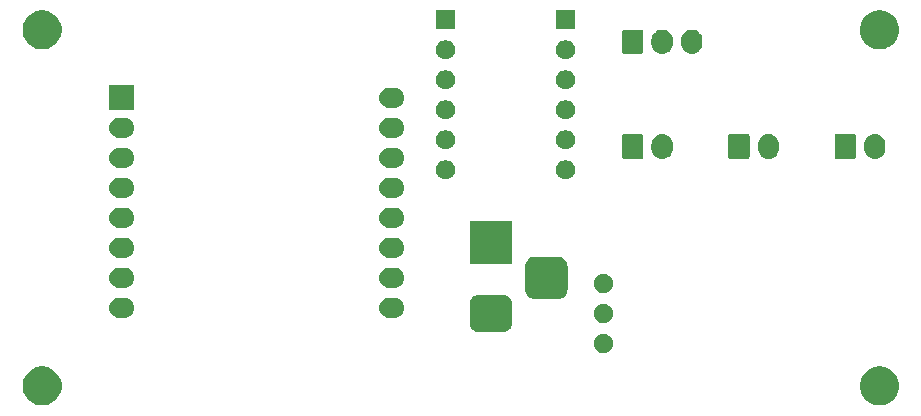
<source format=gbr>
G04 #@! TF.GenerationSoftware,KiCad,Pcbnew,(5.1.5)-3*
G04 #@! TF.CreationDate,2021-02-16T20:40:51+01:00*
G04 #@! TF.ProjectId,Nanoleafs,4e616e6f-6c65-4616-9673-2e6b69636164,rev?*
G04 #@! TF.SameCoordinates,Original*
G04 #@! TF.FileFunction,Soldermask,Top*
G04 #@! TF.FilePolarity,Negative*
%FSLAX46Y46*%
G04 Gerber Fmt 4.6, Leading zero omitted, Abs format (unit mm)*
G04 Created by KiCad (PCBNEW (5.1.5)-3) date 2021-02-16 20:40:51*
%MOMM*%
%LPD*%
G04 APERTURE LIST*
%ADD10C,0.100000*%
G04 APERTURE END LIST*
D10*
G36*
X106775256Y-49041298D02*
G01*
X106881579Y-49062447D01*
X107182042Y-49186903D01*
X107452451Y-49367585D01*
X107682415Y-49597549D01*
X107863097Y-49867958D01*
X107987553Y-50168421D01*
X108051000Y-50487391D01*
X108051000Y-50812609D01*
X107987553Y-51131579D01*
X107863097Y-51432042D01*
X107682415Y-51702451D01*
X107452451Y-51932415D01*
X107182042Y-52113097D01*
X106881579Y-52237553D01*
X106775256Y-52258702D01*
X106562611Y-52301000D01*
X106237389Y-52301000D01*
X106024744Y-52258702D01*
X105918421Y-52237553D01*
X105617958Y-52113097D01*
X105347549Y-51932415D01*
X105117585Y-51702451D01*
X104936903Y-51432042D01*
X104812447Y-51131579D01*
X104749000Y-50812609D01*
X104749000Y-50487391D01*
X104812447Y-50168421D01*
X104936903Y-49867958D01*
X105117585Y-49597549D01*
X105347549Y-49367585D01*
X105617958Y-49186903D01*
X105918421Y-49062447D01*
X106024744Y-49041298D01*
X106237389Y-48999000D01*
X106562611Y-48999000D01*
X106775256Y-49041298D01*
G37*
G36*
X35875256Y-49041298D02*
G01*
X35981579Y-49062447D01*
X36282042Y-49186903D01*
X36552451Y-49367585D01*
X36782415Y-49597549D01*
X36963097Y-49867958D01*
X37087553Y-50168421D01*
X37151000Y-50487391D01*
X37151000Y-50812609D01*
X37087553Y-51131579D01*
X36963097Y-51432042D01*
X36782415Y-51702451D01*
X36552451Y-51932415D01*
X36282042Y-52113097D01*
X35981579Y-52237553D01*
X35875256Y-52258702D01*
X35662611Y-52301000D01*
X35337389Y-52301000D01*
X35124744Y-52258702D01*
X35018421Y-52237553D01*
X34717958Y-52113097D01*
X34447549Y-51932415D01*
X34217585Y-51702451D01*
X34036903Y-51432042D01*
X33912447Y-51131579D01*
X33849000Y-50812609D01*
X33849000Y-50487391D01*
X33912447Y-50168421D01*
X34036903Y-49867958D01*
X34217585Y-49597549D01*
X34447549Y-49367585D01*
X34717958Y-49186903D01*
X35018421Y-49062447D01*
X35124744Y-49041298D01*
X35337389Y-48999000D01*
X35662611Y-48999000D01*
X35875256Y-49041298D01*
G37*
G36*
X83257142Y-46258242D02*
G01*
X83405101Y-46319529D01*
X83538255Y-46408499D01*
X83651501Y-46521745D01*
X83740471Y-46654899D01*
X83801758Y-46802858D01*
X83833000Y-46959925D01*
X83833000Y-47120075D01*
X83801758Y-47277142D01*
X83740471Y-47425101D01*
X83651501Y-47558255D01*
X83538255Y-47671501D01*
X83405101Y-47760471D01*
X83257142Y-47821758D01*
X83100075Y-47853000D01*
X82939925Y-47853000D01*
X82782858Y-47821758D01*
X82634899Y-47760471D01*
X82501745Y-47671501D01*
X82388499Y-47558255D01*
X82299529Y-47425101D01*
X82238242Y-47277142D01*
X82207000Y-47120075D01*
X82207000Y-46959925D01*
X82238242Y-46802858D01*
X82299529Y-46654899D01*
X82388499Y-46521745D01*
X82501745Y-46408499D01*
X82634899Y-46319529D01*
X82782858Y-46258242D01*
X82939925Y-46227000D01*
X83100075Y-46227000D01*
X83257142Y-46258242D01*
G37*
G36*
X74726979Y-42963293D02*
G01*
X74860625Y-43003834D01*
X74983784Y-43069664D01*
X75091740Y-43158260D01*
X75180336Y-43266216D01*
X75246166Y-43389375D01*
X75286707Y-43523021D01*
X75301000Y-43668140D01*
X75301000Y-45331860D01*
X75286707Y-45476979D01*
X75246166Y-45610625D01*
X75180336Y-45733784D01*
X75091740Y-45841740D01*
X74983784Y-45930336D01*
X74860625Y-45996166D01*
X74726979Y-46036707D01*
X74581860Y-46051000D01*
X72418140Y-46051000D01*
X72273021Y-46036707D01*
X72139375Y-45996166D01*
X72016216Y-45930336D01*
X71908260Y-45841740D01*
X71819664Y-45733784D01*
X71753834Y-45610625D01*
X71713293Y-45476979D01*
X71699000Y-45331860D01*
X71699000Y-43668140D01*
X71713293Y-43523021D01*
X71753834Y-43389375D01*
X71819664Y-43266216D01*
X71908260Y-43158260D01*
X72016216Y-43069664D01*
X72139375Y-43003834D01*
X72273021Y-42963293D01*
X72418140Y-42949000D01*
X74581860Y-42949000D01*
X74726979Y-42963293D01*
G37*
G36*
X83257142Y-43718242D02*
G01*
X83405101Y-43779529D01*
X83538255Y-43868499D01*
X83651501Y-43981745D01*
X83740471Y-44114899D01*
X83801758Y-44262858D01*
X83833000Y-44419925D01*
X83833000Y-44580075D01*
X83801758Y-44737142D01*
X83740471Y-44885101D01*
X83651501Y-45018255D01*
X83538255Y-45131501D01*
X83405101Y-45220471D01*
X83257142Y-45281758D01*
X83100075Y-45313000D01*
X82939925Y-45313000D01*
X82782858Y-45281758D01*
X82634899Y-45220471D01*
X82501745Y-45131501D01*
X82388499Y-45018255D01*
X82299529Y-44885101D01*
X82238242Y-44737142D01*
X82207000Y-44580075D01*
X82207000Y-44419925D01*
X82238242Y-44262858D01*
X82299529Y-44114899D01*
X82388499Y-43981745D01*
X82501745Y-43868499D01*
X82634899Y-43779529D01*
X82782858Y-43718242D01*
X82939925Y-43687000D01*
X83100075Y-43687000D01*
X83257142Y-43718242D01*
G37*
G36*
X42616823Y-43191313D02*
G01*
X42777242Y-43239976D01*
X42877668Y-43293655D01*
X42925078Y-43318996D01*
X43054659Y-43425341D01*
X43161004Y-43554922D01*
X43161005Y-43554924D01*
X43240024Y-43702758D01*
X43288687Y-43863177D01*
X43305117Y-44030000D01*
X43288687Y-44196823D01*
X43240024Y-44357242D01*
X43169114Y-44489906D01*
X43161004Y-44505078D01*
X43054659Y-44634659D01*
X42925078Y-44741004D01*
X42925076Y-44741005D01*
X42777242Y-44820024D01*
X42616823Y-44868687D01*
X42491804Y-44881000D01*
X42008196Y-44881000D01*
X41883177Y-44868687D01*
X41722758Y-44820024D01*
X41574924Y-44741005D01*
X41574922Y-44741004D01*
X41445341Y-44634659D01*
X41338996Y-44505078D01*
X41330886Y-44489906D01*
X41259976Y-44357242D01*
X41211313Y-44196823D01*
X41194883Y-44030000D01*
X41211313Y-43863177D01*
X41259976Y-43702758D01*
X41338995Y-43554924D01*
X41338996Y-43554922D01*
X41445341Y-43425341D01*
X41574922Y-43318996D01*
X41622332Y-43293655D01*
X41722758Y-43239976D01*
X41883177Y-43191313D01*
X42008196Y-43179000D01*
X42491804Y-43179000D01*
X42616823Y-43191313D01*
G37*
G36*
X65476823Y-43191313D02*
G01*
X65637242Y-43239976D01*
X65737668Y-43293655D01*
X65785078Y-43318996D01*
X65914659Y-43425341D01*
X66021004Y-43554922D01*
X66021005Y-43554924D01*
X66100024Y-43702758D01*
X66148687Y-43863177D01*
X66165117Y-44030000D01*
X66148687Y-44196823D01*
X66100024Y-44357242D01*
X66029114Y-44489906D01*
X66021004Y-44505078D01*
X65914659Y-44634659D01*
X65785078Y-44741004D01*
X65785076Y-44741005D01*
X65637242Y-44820024D01*
X65476823Y-44868687D01*
X65351804Y-44881000D01*
X64868196Y-44881000D01*
X64743177Y-44868687D01*
X64582758Y-44820024D01*
X64434924Y-44741005D01*
X64434922Y-44741004D01*
X64305341Y-44634659D01*
X64198996Y-44505078D01*
X64190886Y-44489906D01*
X64119976Y-44357242D01*
X64071313Y-44196823D01*
X64054883Y-44030000D01*
X64071313Y-43863177D01*
X64119976Y-43702758D01*
X64198995Y-43554924D01*
X64198996Y-43554922D01*
X64305341Y-43425341D01*
X64434922Y-43318996D01*
X64482332Y-43293655D01*
X64582758Y-43239976D01*
X64743177Y-43191313D01*
X64868196Y-43179000D01*
X65351804Y-43179000D01*
X65476823Y-43191313D01*
G37*
G36*
X79326366Y-39715695D02*
G01*
X79483460Y-39763349D01*
X79628231Y-39840731D01*
X79755128Y-39944872D01*
X79859269Y-40071769D01*
X79936651Y-40216540D01*
X79984305Y-40373634D01*
X80001000Y-40543140D01*
X80001000Y-42456860D01*
X79984305Y-42626366D01*
X79936651Y-42783460D01*
X79859269Y-42928231D01*
X79755128Y-43055128D01*
X79628231Y-43159269D01*
X79483460Y-43236651D01*
X79326366Y-43284305D01*
X79156860Y-43301000D01*
X77243140Y-43301000D01*
X77073634Y-43284305D01*
X76916540Y-43236651D01*
X76771769Y-43159269D01*
X76644872Y-43055128D01*
X76540731Y-42928231D01*
X76463349Y-42783460D01*
X76415695Y-42626366D01*
X76399000Y-42456860D01*
X76399000Y-40543140D01*
X76415695Y-40373634D01*
X76463349Y-40216540D01*
X76540731Y-40071769D01*
X76644872Y-39944872D01*
X76771769Y-39840731D01*
X76916540Y-39763349D01*
X77073634Y-39715695D01*
X77243140Y-39699000D01*
X79156860Y-39699000D01*
X79326366Y-39715695D01*
G37*
G36*
X83257142Y-41178242D02*
G01*
X83405101Y-41239529D01*
X83538255Y-41328499D01*
X83651501Y-41441745D01*
X83740471Y-41574899D01*
X83801758Y-41722858D01*
X83833000Y-41879925D01*
X83833000Y-42040075D01*
X83801758Y-42197142D01*
X83740471Y-42345101D01*
X83651501Y-42478255D01*
X83538255Y-42591501D01*
X83405101Y-42680471D01*
X83257142Y-42741758D01*
X83100075Y-42773000D01*
X82939925Y-42773000D01*
X82782858Y-42741758D01*
X82634899Y-42680471D01*
X82501745Y-42591501D01*
X82388499Y-42478255D01*
X82299529Y-42345101D01*
X82238242Y-42197142D01*
X82207000Y-42040075D01*
X82207000Y-41879925D01*
X82238242Y-41722858D01*
X82299529Y-41574899D01*
X82388499Y-41441745D01*
X82501745Y-41328499D01*
X82634899Y-41239529D01*
X82782858Y-41178242D01*
X82939925Y-41147000D01*
X83100075Y-41147000D01*
X83257142Y-41178242D01*
G37*
G36*
X42616823Y-40651313D02*
G01*
X42777242Y-40699976D01*
X42909906Y-40770886D01*
X42925078Y-40778996D01*
X43054659Y-40885341D01*
X43161004Y-41014922D01*
X43161005Y-41014924D01*
X43240024Y-41162758D01*
X43288687Y-41323177D01*
X43305117Y-41490000D01*
X43288687Y-41656823D01*
X43240024Y-41817242D01*
X43169114Y-41949906D01*
X43161004Y-41965078D01*
X43054659Y-42094659D01*
X42925078Y-42201004D01*
X42925076Y-42201005D01*
X42777242Y-42280024D01*
X42616823Y-42328687D01*
X42491804Y-42341000D01*
X42008196Y-42341000D01*
X41883177Y-42328687D01*
X41722758Y-42280024D01*
X41574924Y-42201005D01*
X41574922Y-42201004D01*
X41445341Y-42094659D01*
X41338996Y-41965078D01*
X41330886Y-41949906D01*
X41259976Y-41817242D01*
X41211313Y-41656823D01*
X41194883Y-41490000D01*
X41211313Y-41323177D01*
X41259976Y-41162758D01*
X41338995Y-41014924D01*
X41338996Y-41014922D01*
X41445341Y-40885341D01*
X41574922Y-40778996D01*
X41590094Y-40770886D01*
X41722758Y-40699976D01*
X41883177Y-40651313D01*
X42008196Y-40639000D01*
X42491804Y-40639000D01*
X42616823Y-40651313D01*
G37*
G36*
X65476823Y-40651313D02*
G01*
X65637242Y-40699976D01*
X65769906Y-40770886D01*
X65785078Y-40778996D01*
X65914659Y-40885341D01*
X66021004Y-41014922D01*
X66021005Y-41014924D01*
X66100024Y-41162758D01*
X66148687Y-41323177D01*
X66165117Y-41490000D01*
X66148687Y-41656823D01*
X66100024Y-41817242D01*
X66029114Y-41949906D01*
X66021004Y-41965078D01*
X65914659Y-42094659D01*
X65785078Y-42201004D01*
X65785076Y-42201005D01*
X65637242Y-42280024D01*
X65476823Y-42328687D01*
X65351804Y-42341000D01*
X64868196Y-42341000D01*
X64743177Y-42328687D01*
X64582758Y-42280024D01*
X64434924Y-42201005D01*
X64434922Y-42201004D01*
X64305341Y-42094659D01*
X64198996Y-41965078D01*
X64190886Y-41949906D01*
X64119976Y-41817242D01*
X64071313Y-41656823D01*
X64054883Y-41490000D01*
X64071313Y-41323177D01*
X64119976Y-41162758D01*
X64198995Y-41014924D01*
X64198996Y-41014922D01*
X64305341Y-40885341D01*
X64434922Y-40778996D01*
X64450094Y-40770886D01*
X64582758Y-40699976D01*
X64743177Y-40651313D01*
X64868196Y-40639000D01*
X65351804Y-40639000D01*
X65476823Y-40651313D01*
G37*
G36*
X75301000Y-40301000D02*
G01*
X71699000Y-40301000D01*
X71699000Y-36699000D01*
X75301000Y-36699000D01*
X75301000Y-40301000D01*
G37*
G36*
X65476823Y-38111313D02*
G01*
X65637242Y-38159976D01*
X65769906Y-38230886D01*
X65785078Y-38238996D01*
X65914659Y-38345341D01*
X66021004Y-38474922D01*
X66021005Y-38474924D01*
X66100024Y-38622758D01*
X66148687Y-38783177D01*
X66165117Y-38950000D01*
X66148687Y-39116823D01*
X66100024Y-39277242D01*
X66029114Y-39409906D01*
X66021004Y-39425078D01*
X65914659Y-39554659D01*
X65785078Y-39661004D01*
X65785076Y-39661005D01*
X65637242Y-39740024D01*
X65476823Y-39788687D01*
X65351804Y-39801000D01*
X64868196Y-39801000D01*
X64743177Y-39788687D01*
X64582758Y-39740024D01*
X64434924Y-39661005D01*
X64434922Y-39661004D01*
X64305341Y-39554659D01*
X64198996Y-39425078D01*
X64190886Y-39409906D01*
X64119976Y-39277242D01*
X64071313Y-39116823D01*
X64054883Y-38950000D01*
X64071313Y-38783177D01*
X64119976Y-38622758D01*
X64198995Y-38474924D01*
X64198996Y-38474922D01*
X64305341Y-38345341D01*
X64434922Y-38238996D01*
X64450094Y-38230886D01*
X64582758Y-38159976D01*
X64743177Y-38111313D01*
X64868196Y-38099000D01*
X65351804Y-38099000D01*
X65476823Y-38111313D01*
G37*
G36*
X42616823Y-38111313D02*
G01*
X42777242Y-38159976D01*
X42909906Y-38230886D01*
X42925078Y-38238996D01*
X43054659Y-38345341D01*
X43161004Y-38474922D01*
X43161005Y-38474924D01*
X43240024Y-38622758D01*
X43288687Y-38783177D01*
X43305117Y-38950000D01*
X43288687Y-39116823D01*
X43240024Y-39277242D01*
X43169114Y-39409906D01*
X43161004Y-39425078D01*
X43054659Y-39554659D01*
X42925078Y-39661004D01*
X42925076Y-39661005D01*
X42777242Y-39740024D01*
X42616823Y-39788687D01*
X42491804Y-39801000D01*
X42008196Y-39801000D01*
X41883177Y-39788687D01*
X41722758Y-39740024D01*
X41574924Y-39661005D01*
X41574922Y-39661004D01*
X41445341Y-39554659D01*
X41338996Y-39425078D01*
X41330886Y-39409906D01*
X41259976Y-39277242D01*
X41211313Y-39116823D01*
X41194883Y-38950000D01*
X41211313Y-38783177D01*
X41259976Y-38622758D01*
X41338995Y-38474924D01*
X41338996Y-38474922D01*
X41445341Y-38345341D01*
X41574922Y-38238996D01*
X41590094Y-38230886D01*
X41722758Y-38159976D01*
X41883177Y-38111313D01*
X42008196Y-38099000D01*
X42491804Y-38099000D01*
X42616823Y-38111313D01*
G37*
G36*
X65476823Y-35571313D02*
G01*
X65637242Y-35619976D01*
X65769906Y-35690886D01*
X65785078Y-35698996D01*
X65914659Y-35805341D01*
X66021004Y-35934922D01*
X66021005Y-35934924D01*
X66100024Y-36082758D01*
X66148687Y-36243177D01*
X66165117Y-36410000D01*
X66148687Y-36576823D01*
X66100024Y-36737242D01*
X66029114Y-36869906D01*
X66021004Y-36885078D01*
X65914659Y-37014659D01*
X65785078Y-37121004D01*
X65785076Y-37121005D01*
X65637242Y-37200024D01*
X65476823Y-37248687D01*
X65351804Y-37261000D01*
X64868196Y-37261000D01*
X64743177Y-37248687D01*
X64582758Y-37200024D01*
X64434924Y-37121005D01*
X64434922Y-37121004D01*
X64305341Y-37014659D01*
X64198996Y-36885078D01*
X64190886Y-36869906D01*
X64119976Y-36737242D01*
X64071313Y-36576823D01*
X64054883Y-36410000D01*
X64071313Y-36243177D01*
X64119976Y-36082758D01*
X64198995Y-35934924D01*
X64198996Y-35934922D01*
X64305341Y-35805341D01*
X64434922Y-35698996D01*
X64450094Y-35690886D01*
X64582758Y-35619976D01*
X64743177Y-35571313D01*
X64868196Y-35559000D01*
X65351804Y-35559000D01*
X65476823Y-35571313D01*
G37*
G36*
X42616823Y-35571313D02*
G01*
X42777242Y-35619976D01*
X42909906Y-35690886D01*
X42925078Y-35698996D01*
X43054659Y-35805341D01*
X43161004Y-35934922D01*
X43161005Y-35934924D01*
X43240024Y-36082758D01*
X43288687Y-36243177D01*
X43305117Y-36410000D01*
X43288687Y-36576823D01*
X43240024Y-36737242D01*
X43169114Y-36869906D01*
X43161004Y-36885078D01*
X43054659Y-37014659D01*
X42925078Y-37121004D01*
X42925076Y-37121005D01*
X42777242Y-37200024D01*
X42616823Y-37248687D01*
X42491804Y-37261000D01*
X42008196Y-37261000D01*
X41883177Y-37248687D01*
X41722758Y-37200024D01*
X41574924Y-37121005D01*
X41574922Y-37121004D01*
X41445341Y-37014659D01*
X41338996Y-36885078D01*
X41330886Y-36869906D01*
X41259976Y-36737242D01*
X41211313Y-36576823D01*
X41194883Y-36410000D01*
X41211313Y-36243177D01*
X41259976Y-36082758D01*
X41338995Y-35934924D01*
X41338996Y-35934922D01*
X41445341Y-35805341D01*
X41574922Y-35698996D01*
X41590094Y-35690886D01*
X41722758Y-35619976D01*
X41883177Y-35571313D01*
X42008196Y-35559000D01*
X42491804Y-35559000D01*
X42616823Y-35571313D01*
G37*
G36*
X65476823Y-33031313D02*
G01*
X65637242Y-33079976D01*
X65734117Y-33131757D01*
X65785078Y-33158996D01*
X65914659Y-33265341D01*
X66021004Y-33394922D01*
X66021005Y-33394924D01*
X66100024Y-33542758D01*
X66148687Y-33703177D01*
X66165117Y-33870000D01*
X66148687Y-34036823D01*
X66100024Y-34197242D01*
X66029114Y-34329906D01*
X66021004Y-34345078D01*
X65914659Y-34474659D01*
X65785078Y-34581004D01*
X65785076Y-34581005D01*
X65637242Y-34660024D01*
X65476823Y-34708687D01*
X65351804Y-34721000D01*
X64868196Y-34721000D01*
X64743177Y-34708687D01*
X64582758Y-34660024D01*
X64434924Y-34581005D01*
X64434922Y-34581004D01*
X64305341Y-34474659D01*
X64198996Y-34345078D01*
X64190886Y-34329906D01*
X64119976Y-34197242D01*
X64071313Y-34036823D01*
X64054883Y-33870000D01*
X64071313Y-33703177D01*
X64119976Y-33542758D01*
X64198995Y-33394924D01*
X64198996Y-33394922D01*
X64305341Y-33265341D01*
X64434922Y-33158996D01*
X64485883Y-33131757D01*
X64582758Y-33079976D01*
X64743177Y-33031313D01*
X64868196Y-33019000D01*
X65351804Y-33019000D01*
X65476823Y-33031313D01*
G37*
G36*
X42616823Y-33031313D02*
G01*
X42777242Y-33079976D01*
X42874117Y-33131757D01*
X42925078Y-33158996D01*
X43054659Y-33265341D01*
X43161004Y-33394922D01*
X43161005Y-33394924D01*
X43240024Y-33542758D01*
X43288687Y-33703177D01*
X43305117Y-33870000D01*
X43288687Y-34036823D01*
X43240024Y-34197242D01*
X43169114Y-34329906D01*
X43161004Y-34345078D01*
X43054659Y-34474659D01*
X42925078Y-34581004D01*
X42925076Y-34581005D01*
X42777242Y-34660024D01*
X42616823Y-34708687D01*
X42491804Y-34721000D01*
X42008196Y-34721000D01*
X41883177Y-34708687D01*
X41722758Y-34660024D01*
X41574924Y-34581005D01*
X41574922Y-34581004D01*
X41445341Y-34474659D01*
X41338996Y-34345078D01*
X41330886Y-34329906D01*
X41259976Y-34197242D01*
X41211313Y-34036823D01*
X41194883Y-33870000D01*
X41211313Y-33703177D01*
X41259976Y-33542758D01*
X41338995Y-33394924D01*
X41338996Y-33394922D01*
X41445341Y-33265341D01*
X41574922Y-33158996D01*
X41625883Y-33131757D01*
X41722758Y-33079976D01*
X41883177Y-33031313D01*
X42008196Y-33019000D01*
X42491804Y-33019000D01*
X42616823Y-33031313D01*
G37*
G36*
X69907142Y-31568242D02*
G01*
X70055101Y-31629529D01*
X70188255Y-31718499D01*
X70301501Y-31831745D01*
X70390471Y-31964899D01*
X70451758Y-32112858D01*
X70483000Y-32269925D01*
X70483000Y-32430075D01*
X70451758Y-32587142D01*
X70390471Y-32735101D01*
X70301501Y-32868255D01*
X70188255Y-32981501D01*
X70055101Y-33070471D01*
X69907142Y-33131758D01*
X69750075Y-33163000D01*
X69589925Y-33163000D01*
X69432858Y-33131758D01*
X69284899Y-33070471D01*
X69151745Y-32981501D01*
X69038499Y-32868255D01*
X68949529Y-32735101D01*
X68888242Y-32587142D01*
X68857000Y-32430075D01*
X68857000Y-32269925D01*
X68888242Y-32112858D01*
X68949529Y-31964899D01*
X69038499Y-31831745D01*
X69151745Y-31718499D01*
X69284899Y-31629529D01*
X69432858Y-31568242D01*
X69589925Y-31537000D01*
X69750075Y-31537000D01*
X69907142Y-31568242D01*
G37*
G36*
X80067142Y-31568242D02*
G01*
X80215101Y-31629529D01*
X80348255Y-31718499D01*
X80461501Y-31831745D01*
X80550471Y-31964899D01*
X80611758Y-32112858D01*
X80643000Y-32269925D01*
X80643000Y-32430075D01*
X80611758Y-32587142D01*
X80550471Y-32735101D01*
X80461501Y-32868255D01*
X80348255Y-32981501D01*
X80215101Y-33070471D01*
X80067142Y-33131758D01*
X79910075Y-33163000D01*
X79749925Y-33163000D01*
X79592858Y-33131758D01*
X79444899Y-33070471D01*
X79311745Y-32981501D01*
X79198499Y-32868255D01*
X79109529Y-32735101D01*
X79048242Y-32587142D01*
X79017000Y-32430075D01*
X79017000Y-32269925D01*
X79048242Y-32112858D01*
X79109529Y-31964899D01*
X79198499Y-31831745D01*
X79311745Y-31718499D01*
X79444899Y-31629529D01*
X79592858Y-31568242D01*
X79749925Y-31537000D01*
X79910075Y-31537000D01*
X80067142Y-31568242D01*
G37*
G36*
X65476823Y-30491313D02*
G01*
X65637242Y-30539976D01*
X65692028Y-30569260D01*
X65785078Y-30618996D01*
X65914659Y-30725341D01*
X66021004Y-30854922D01*
X66021005Y-30854924D01*
X66100024Y-31002758D01*
X66148687Y-31163177D01*
X66165117Y-31330000D01*
X66148687Y-31496823D01*
X66100024Y-31657242D01*
X66067281Y-31718499D01*
X66021004Y-31805078D01*
X65914659Y-31934659D01*
X65785078Y-32041004D01*
X65785076Y-32041005D01*
X65637242Y-32120024D01*
X65476823Y-32168687D01*
X65351804Y-32181000D01*
X64868196Y-32181000D01*
X64743177Y-32168687D01*
X64582758Y-32120024D01*
X64434924Y-32041005D01*
X64434922Y-32041004D01*
X64305341Y-31934659D01*
X64198996Y-31805078D01*
X64152719Y-31718499D01*
X64119976Y-31657242D01*
X64071313Y-31496823D01*
X64054883Y-31330000D01*
X64071313Y-31163177D01*
X64119976Y-31002758D01*
X64198995Y-30854924D01*
X64198996Y-30854922D01*
X64305341Y-30725341D01*
X64434922Y-30618996D01*
X64527972Y-30569260D01*
X64582758Y-30539976D01*
X64743177Y-30491313D01*
X64868196Y-30479000D01*
X65351804Y-30479000D01*
X65476823Y-30491313D01*
G37*
G36*
X42616823Y-30491313D02*
G01*
X42777242Y-30539976D01*
X42832028Y-30569260D01*
X42925078Y-30618996D01*
X43054659Y-30725341D01*
X43161004Y-30854922D01*
X43161005Y-30854924D01*
X43240024Y-31002758D01*
X43288687Y-31163177D01*
X43305117Y-31330000D01*
X43288687Y-31496823D01*
X43240024Y-31657242D01*
X43207281Y-31718499D01*
X43161004Y-31805078D01*
X43054659Y-31934659D01*
X42925078Y-32041004D01*
X42925076Y-32041005D01*
X42777242Y-32120024D01*
X42616823Y-32168687D01*
X42491804Y-32181000D01*
X42008196Y-32181000D01*
X41883177Y-32168687D01*
X41722758Y-32120024D01*
X41574924Y-32041005D01*
X41574922Y-32041004D01*
X41445341Y-31934659D01*
X41338996Y-31805078D01*
X41292719Y-31718499D01*
X41259976Y-31657242D01*
X41211313Y-31496823D01*
X41194883Y-31330000D01*
X41211313Y-31163177D01*
X41259976Y-31002758D01*
X41338995Y-30854924D01*
X41338996Y-30854922D01*
X41445341Y-30725341D01*
X41574922Y-30618996D01*
X41667972Y-30569260D01*
X41722758Y-30539976D01*
X41883177Y-30491313D01*
X42008196Y-30479000D01*
X42491804Y-30479000D01*
X42616823Y-30491313D01*
G37*
G36*
X88176626Y-29337037D02*
G01*
X88346465Y-29388557D01*
X88346467Y-29388558D01*
X88502989Y-29472221D01*
X88640186Y-29584814D01*
X88723448Y-29686271D01*
X88752778Y-29722009D01*
X88836443Y-29878534D01*
X88887963Y-30048373D01*
X88901000Y-30180742D01*
X88901000Y-30569257D01*
X88887963Y-30701626D01*
X88836443Y-30871466D01*
X88752778Y-31027991D01*
X88723448Y-31063729D01*
X88640186Y-31165186D01*
X88545250Y-31243097D01*
X88502991Y-31277778D01*
X88346466Y-31361443D01*
X88176627Y-31412963D01*
X88000000Y-31430359D01*
X87823374Y-31412963D01*
X87653535Y-31361443D01*
X87497010Y-31277778D01*
X87359815Y-31165185D01*
X87247222Y-31027991D01*
X87163557Y-30871466D01*
X87112037Y-30701627D01*
X87099000Y-30569258D01*
X87099000Y-30180743D01*
X87112037Y-30048374D01*
X87163557Y-29878535D01*
X87163559Y-29878532D01*
X87247221Y-29722011D01*
X87359814Y-29584814D01*
X87461938Y-29501004D01*
X87497009Y-29472222D01*
X87653534Y-29388557D01*
X87823373Y-29337037D01*
X88000000Y-29319641D01*
X88176626Y-29337037D01*
G37*
G36*
X106176626Y-29337037D02*
G01*
X106346465Y-29388557D01*
X106346467Y-29388558D01*
X106502989Y-29472221D01*
X106640186Y-29584814D01*
X106723448Y-29686271D01*
X106752778Y-29722009D01*
X106836443Y-29878534D01*
X106887963Y-30048373D01*
X106901000Y-30180742D01*
X106901000Y-30569257D01*
X106887963Y-30701626D01*
X106836443Y-30871466D01*
X106752778Y-31027991D01*
X106723448Y-31063729D01*
X106640186Y-31165186D01*
X106545250Y-31243097D01*
X106502991Y-31277778D01*
X106346466Y-31361443D01*
X106176627Y-31412963D01*
X106000000Y-31430359D01*
X105823374Y-31412963D01*
X105653535Y-31361443D01*
X105497010Y-31277778D01*
X105359815Y-31165185D01*
X105247222Y-31027991D01*
X105163557Y-30871466D01*
X105112037Y-30701627D01*
X105099000Y-30569258D01*
X105099000Y-30180743D01*
X105112037Y-30048374D01*
X105163557Y-29878535D01*
X105163559Y-29878532D01*
X105247221Y-29722011D01*
X105359814Y-29584814D01*
X105461938Y-29501004D01*
X105497009Y-29472222D01*
X105653534Y-29388557D01*
X105823373Y-29337037D01*
X106000000Y-29319641D01*
X106176626Y-29337037D01*
G37*
G36*
X97176626Y-29337037D02*
G01*
X97346465Y-29388557D01*
X97346467Y-29388558D01*
X97502989Y-29472221D01*
X97640186Y-29584814D01*
X97723448Y-29686271D01*
X97752778Y-29722009D01*
X97836443Y-29878534D01*
X97887963Y-30048373D01*
X97901000Y-30180742D01*
X97901000Y-30569257D01*
X97887963Y-30701626D01*
X97836443Y-30871466D01*
X97752778Y-31027991D01*
X97723448Y-31063729D01*
X97640186Y-31165186D01*
X97545250Y-31243097D01*
X97502991Y-31277778D01*
X97346466Y-31361443D01*
X97176627Y-31412963D01*
X97000000Y-31430359D01*
X96823374Y-31412963D01*
X96653535Y-31361443D01*
X96497010Y-31277778D01*
X96359815Y-31165185D01*
X96247222Y-31027991D01*
X96163557Y-30871466D01*
X96112037Y-30701627D01*
X96099000Y-30569258D01*
X96099000Y-30180743D01*
X96112037Y-30048374D01*
X96163557Y-29878535D01*
X96163559Y-29878532D01*
X96247221Y-29722011D01*
X96359814Y-29584814D01*
X96461938Y-29501004D01*
X96497009Y-29472222D01*
X96653534Y-29388557D01*
X96823373Y-29337037D01*
X97000000Y-29319641D01*
X97176626Y-29337037D01*
G37*
G36*
X95258600Y-29327989D02*
G01*
X95291652Y-29338015D01*
X95322103Y-29354292D01*
X95348799Y-29376201D01*
X95370708Y-29402897D01*
X95386985Y-29433348D01*
X95397011Y-29466400D01*
X95401000Y-29506903D01*
X95401000Y-31243097D01*
X95397011Y-31283600D01*
X95386985Y-31316652D01*
X95370708Y-31347103D01*
X95348799Y-31373799D01*
X95322103Y-31395708D01*
X95291652Y-31411985D01*
X95258600Y-31422011D01*
X95218097Y-31426000D01*
X93781903Y-31426000D01*
X93741400Y-31422011D01*
X93708348Y-31411985D01*
X93677897Y-31395708D01*
X93651201Y-31373799D01*
X93629292Y-31347103D01*
X93613015Y-31316652D01*
X93602989Y-31283600D01*
X93599000Y-31243097D01*
X93599000Y-29506903D01*
X93602989Y-29466400D01*
X93613015Y-29433348D01*
X93629292Y-29402897D01*
X93651201Y-29376201D01*
X93677897Y-29354292D01*
X93708348Y-29338015D01*
X93741400Y-29327989D01*
X93781903Y-29324000D01*
X95218097Y-29324000D01*
X95258600Y-29327989D01*
G37*
G36*
X86258600Y-29327989D02*
G01*
X86291652Y-29338015D01*
X86322103Y-29354292D01*
X86348799Y-29376201D01*
X86370708Y-29402897D01*
X86386985Y-29433348D01*
X86397011Y-29466400D01*
X86401000Y-29506903D01*
X86401000Y-31243097D01*
X86397011Y-31283600D01*
X86386985Y-31316652D01*
X86370708Y-31347103D01*
X86348799Y-31373799D01*
X86322103Y-31395708D01*
X86291652Y-31411985D01*
X86258600Y-31422011D01*
X86218097Y-31426000D01*
X84781903Y-31426000D01*
X84741400Y-31422011D01*
X84708348Y-31411985D01*
X84677897Y-31395708D01*
X84651201Y-31373799D01*
X84629292Y-31347103D01*
X84613015Y-31316652D01*
X84602989Y-31283600D01*
X84599000Y-31243097D01*
X84599000Y-29506903D01*
X84602989Y-29466400D01*
X84613015Y-29433348D01*
X84629292Y-29402897D01*
X84651201Y-29376201D01*
X84677897Y-29354292D01*
X84708348Y-29338015D01*
X84741400Y-29327989D01*
X84781903Y-29324000D01*
X86218097Y-29324000D01*
X86258600Y-29327989D01*
G37*
G36*
X104258600Y-29327989D02*
G01*
X104291652Y-29338015D01*
X104322103Y-29354292D01*
X104348799Y-29376201D01*
X104370708Y-29402897D01*
X104386985Y-29433348D01*
X104397011Y-29466400D01*
X104401000Y-29506903D01*
X104401000Y-31243097D01*
X104397011Y-31283600D01*
X104386985Y-31316652D01*
X104370708Y-31347103D01*
X104348799Y-31373799D01*
X104322103Y-31395708D01*
X104291652Y-31411985D01*
X104258600Y-31422011D01*
X104218097Y-31426000D01*
X102781903Y-31426000D01*
X102741400Y-31422011D01*
X102708348Y-31411985D01*
X102677897Y-31395708D01*
X102651201Y-31373799D01*
X102629292Y-31347103D01*
X102613015Y-31316652D01*
X102602989Y-31283600D01*
X102599000Y-31243097D01*
X102599000Y-29506903D01*
X102602989Y-29466400D01*
X102613015Y-29433348D01*
X102629292Y-29402897D01*
X102651201Y-29376201D01*
X102677897Y-29354292D01*
X102708348Y-29338015D01*
X102741400Y-29327989D01*
X102781903Y-29324000D01*
X104218097Y-29324000D01*
X104258600Y-29327989D01*
G37*
G36*
X80067142Y-29028242D02*
G01*
X80215101Y-29089529D01*
X80348255Y-29178499D01*
X80461501Y-29291745D01*
X80550471Y-29424899D01*
X80611758Y-29572858D01*
X80643000Y-29729925D01*
X80643000Y-29890075D01*
X80611758Y-30047142D01*
X80550471Y-30195101D01*
X80461501Y-30328255D01*
X80348255Y-30441501D01*
X80215101Y-30530471D01*
X80067142Y-30591758D01*
X79910075Y-30623000D01*
X79749925Y-30623000D01*
X79592858Y-30591758D01*
X79444899Y-30530471D01*
X79311745Y-30441501D01*
X79198499Y-30328255D01*
X79109529Y-30195101D01*
X79048242Y-30047142D01*
X79017000Y-29890075D01*
X79017000Y-29729925D01*
X79048242Y-29572858D01*
X79109529Y-29424899D01*
X79198499Y-29291745D01*
X79311745Y-29178499D01*
X79444899Y-29089529D01*
X79592858Y-29028242D01*
X79749925Y-28997000D01*
X79910075Y-28997000D01*
X80067142Y-29028242D01*
G37*
G36*
X69907142Y-29028242D02*
G01*
X70055101Y-29089529D01*
X70188255Y-29178499D01*
X70301501Y-29291745D01*
X70390471Y-29424899D01*
X70451758Y-29572858D01*
X70483000Y-29729925D01*
X70483000Y-29890075D01*
X70451758Y-30047142D01*
X70390471Y-30195101D01*
X70301501Y-30328255D01*
X70188255Y-30441501D01*
X70055101Y-30530471D01*
X69907142Y-30591758D01*
X69750075Y-30623000D01*
X69589925Y-30623000D01*
X69432858Y-30591758D01*
X69284899Y-30530471D01*
X69151745Y-30441501D01*
X69038499Y-30328255D01*
X68949529Y-30195101D01*
X68888242Y-30047142D01*
X68857000Y-29890075D01*
X68857000Y-29729925D01*
X68888242Y-29572858D01*
X68949529Y-29424899D01*
X69038499Y-29291745D01*
X69151745Y-29178499D01*
X69284899Y-29089529D01*
X69432858Y-29028242D01*
X69589925Y-28997000D01*
X69750075Y-28997000D01*
X69907142Y-29028242D01*
G37*
G36*
X42616823Y-27951313D02*
G01*
X42777242Y-27999976D01*
X42874117Y-28051757D01*
X42925078Y-28078996D01*
X43054659Y-28185341D01*
X43161004Y-28314922D01*
X43161005Y-28314924D01*
X43240024Y-28462758D01*
X43288687Y-28623177D01*
X43305117Y-28790000D01*
X43288687Y-28956823D01*
X43240024Y-29117242D01*
X43207281Y-29178499D01*
X43161004Y-29265078D01*
X43054659Y-29394659D01*
X42925078Y-29501004D01*
X42925076Y-29501005D01*
X42777242Y-29580024D01*
X42616823Y-29628687D01*
X42491804Y-29641000D01*
X42008196Y-29641000D01*
X41883177Y-29628687D01*
X41722758Y-29580024D01*
X41574924Y-29501005D01*
X41574922Y-29501004D01*
X41445341Y-29394659D01*
X41338996Y-29265078D01*
X41292719Y-29178499D01*
X41259976Y-29117242D01*
X41211313Y-28956823D01*
X41194883Y-28790000D01*
X41211313Y-28623177D01*
X41259976Y-28462758D01*
X41338995Y-28314924D01*
X41338996Y-28314922D01*
X41445341Y-28185341D01*
X41574922Y-28078996D01*
X41625883Y-28051757D01*
X41722758Y-27999976D01*
X41883177Y-27951313D01*
X42008196Y-27939000D01*
X42491804Y-27939000D01*
X42616823Y-27951313D01*
G37*
G36*
X65476823Y-27951313D02*
G01*
X65637242Y-27999976D01*
X65734117Y-28051757D01*
X65785078Y-28078996D01*
X65914659Y-28185341D01*
X66021004Y-28314922D01*
X66021005Y-28314924D01*
X66100024Y-28462758D01*
X66148687Y-28623177D01*
X66165117Y-28790000D01*
X66148687Y-28956823D01*
X66100024Y-29117242D01*
X66067281Y-29178499D01*
X66021004Y-29265078D01*
X65914659Y-29394659D01*
X65785078Y-29501004D01*
X65785076Y-29501005D01*
X65637242Y-29580024D01*
X65476823Y-29628687D01*
X65351804Y-29641000D01*
X64868196Y-29641000D01*
X64743177Y-29628687D01*
X64582758Y-29580024D01*
X64434924Y-29501005D01*
X64434922Y-29501004D01*
X64305341Y-29394659D01*
X64198996Y-29265078D01*
X64152719Y-29178499D01*
X64119976Y-29117242D01*
X64071313Y-28956823D01*
X64054883Y-28790000D01*
X64071313Y-28623177D01*
X64119976Y-28462758D01*
X64198995Y-28314924D01*
X64198996Y-28314922D01*
X64305341Y-28185341D01*
X64434922Y-28078996D01*
X64485883Y-28051757D01*
X64582758Y-27999976D01*
X64743177Y-27951313D01*
X64868196Y-27939000D01*
X65351804Y-27939000D01*
X65476823Y-27951313D01*
G37*
G36*
X80067142Y-26488242D02*
G01*
X80215101Y-26549529D01*
X80348255Y-26638499D01*
X80461501Y-26751745D01*
X80550471Y-26884899D01*
X80611758Y-27032858D01*
X80643000Y-27189925D01*
X80643000Y-27350075D01*
X80611758Y-27507142D01*
X80550471Y-27655101D01*
X80461501Y-27788255D01*
X80348255Y-27901501D01*
X80215101Y-27990471D01*
X80067142Y-28051758D01*
X79910075Y-28083000D01*
X79749925Y-28083000D01*
X79592858Y-28051758D01*
X79444899Y-27990471D01*
X79311745Y-27901501D01*
X79198499Y-27788255D01*
X79109529Y-27655101D01*
X79048242Y-27507142D01*
X79017000Y-27350075D01*
X79017000Y-27189925D01*
X79048242Y-27032858D01*
X79109529Y-26884899D01*
X79198499Y-26751745D01*
X79311745Y-26638499D01*
X79444899Y-26549529D01*
X79592858Y-26488242D01*
X79749925Y-26457000D01*
X79910075Y-26457000D01*
X80067142Y-26488242D01*
G37*
G36*
X69907142Y-26488242D02*
G01*
X70055101Y-26549529D01*
X70188255Y-26638499D01*
X70301501Y-26751745D01*
X70390471Y-26884899D01*
X70451758Y-27032858D01*
X70483000Y-27189925D01*
X70483000Y-27350075D01*
X70451758Y-27507142D01*
X70390471Y-27655101D01*
X70301501Y-27788255D01*
X70188255Y-27901501D01*
X70055101Y-27990471D01*
X69907142Y-28051758D01*
X69750075Y-28083000D01*
X69589925Y-28083000D01*
X69432858Y-28051758D01*
X69284899Y-27990471D01*
X69151745Y-27901501D01*
X69038499Y-27788255D01*
X68949529Y-27655101D01*
X68888242Y-27507142D01*
X68857000Y-27350075D01*
X68857000Y-27189925D01*
X68888242Y-27032858D01*
X68949529Y-26884899D01*
X69038499Y-26751745D01*
X69151745Y-26638499D01*
X69284899Y-26549529D01*
X69432858Y-26488242D01*
X69589925Y-26457000D01*
X69750075Y-26457000D01*
X69907142Y-26488242D01*
G37*
G36*
X43301000Y-27301000D02*
G01*
X41199000Y-27301000D01*
X41199000Y-25199000D01*
X43301000Y-25199000D01*
X43301000Y-27301000D01*
G37*
G36*
X65476823Y-25411313D02*
G01*
X65637242Y-25459976D01*
X65734117Y-25511757D01*
X65785078Y-25538996D01*
X65914659Y-25645341D01*
X66021004Y-25774922D01*
X66021005Y-25774924D01*
X66100024Y-25922758D01*
X66148687Y-26083177D01*
X66165117Y-26250000D01*
X66148687Y-26416823D01*
X66100024Y-26577242D01*
X66067281Y-26638499D01*
X66021004Y-26725078D01*
X65914659Y-26854659D01*
X65785078Y-26961004D01*
X65785076Y-26961005D01*
X65637242Y-27040024D01*
X65476823Y-27088687D01*
X65351804Y-27101000D01*
X64868196Y-27101000D01*
X64743177Y-27088687D01*
X64582758Y-27040024D01*
X64434924Y-26961005D01*
X64434922Y-26961004D01*
X64305341Y-26854659D01*
X64198996Y-26725078D01*
X64152719Y-26638499D01*
X64119976Y-26577242D01*
X64071313Y-26416823D01*
X64054883Y-26250000D01*
X64071313Y-26083177D01*
X64119976Y-25922758D01*
X64198995Y-25774924D01*
X64198996Y-25774922D01*
X64305341Y-25645341D01*
X64434922Y-25538996D01*
X64485883Y-25511757D01*
X64582758Y-25459976D01*
X64743177Y-25411313D01*
X64868196Y-25399000D01*
X65351804Y-25399000D01*
X65476823Y-25411313D01*
G37*
G36*
X80067142Y-23948242D02*
G01*
X80215101Y-24009529D01*
X80348255Y-24098499D01*
X80461501Y-24211745D01*
X80550471Y-24344899D01*
X80611758Y-24492858D01*
X80643000Y-24649925D01*
X80643000Y-24810075D01*
X80611758Y-24967142D01*
X80550471Y-25115101D01*
X80461501Y-25248255D01*
X80348255Y-25361501D01*
X80215101Y-25450471D01*
X80067142Y-25511758D01*
X79910075Y-25543000D01*
X79749925Y-25543000D01*
X79592858Y-25511758D01*
X79444899Y-25450471D01*
X79311745Y-25361501D01*
X79198499Y-25248255D01*
X79109529Y-25115101D01*
X79048242Y-24967142D01*
X79017000Y-24810075D01*
X79017000Y-24649925D01*
X79048242Y-24492858D01*
X79109529Y-24344899D01*
X79198499Y-24211745D01*
X79311745Y-24098499D01*
X79444899Y-24009529D01*
X79592858Y-23948242D01*
X79749925Y-23917000D01*
X79910075Y-23917000D01*
X80067142Y-23948242D01*
G37*
G36*
X69907142Y-23948242D02*
G01*
X70055101Y-24009529D01*
X70188255Y-24098499D01*
X70301501Y-24211745D01*
X70390471Y-24344899D01*
X70451758Y-24492858D01*
X70483000Y-24649925D01*
X70483000Y-24810075D01*
X70451758Y-24967142D01*
X70390471Y-25115101D01*
X70301501Y-25248255D01*
X70188255Y-25361501D01*
X70055101Y-25450471D01*
X69907142Y-25511758D01*
X69750075Y-25543000D01*
X69589925Y-25543000D01*
X69432858Y-25511758D01*
X69284899Y-25450471D01*
X69151745Y-25361501D01*
X69038499Y-25248255D01*
X68949529Y-25115101D01*
X68888242Y-24967142D01*
X68857000Y-24810075D01*
X68857000Y-24649925D01*
X68888242Y-24492858D01*
X68949529Y-24344899D01*
X69038499Y-24211745D01*
X69151745Y-24098499D01*
X69284899Y-24009529D01*
X69432858Y-23948242D01*
X69589925Y-23917000D01*
X69750075Y-23917000D01*
X69907142Y-23948242D01*
G37*
G36*
X80067142Y-21408242D02*
G01*
X80215101Y-21469529D01*
X80348255Y-21558499D01*
X80461501Y-21671745D01*
X80550471Y-21804899D01*
X80611758Y-21952858D01*
X80643000Y-22109925D01*
X80643000Y-22270075D01*
X80611758Y-22427142D01*
X80550471Y-22575101D01*
X80461501Y-22708255D01*
X80348255Y-22821501D01*
X80215101Y-22910471D01*
X80067142Y-22971758D01*
X79910075Y-23003000D01*
X79749925Y-23003000D01*
X79592858Y-22971758D01*
X79444899Y-22910471D01*
X79311745Y-22821501D01*
X79198499Y-22708255D01*
X79109529Y-22575101D01*
X79048242Y-22427142D01*
X79017000Y-22270075D01*
X79017000Y-22109925D01*
X79048242Y-21952858D01*
X79109529Y-21804899D01*
X79198499Y-21671745D01*
X79311745Y-21558499D01*
X79444899Y-21469529D01*
X79592858Y-21408242D01*
X79749925Y-21377000D01*
X79910075Y-21377000D01*
X80067142Y-21408242D01*
G37*
G36*
X69907142Y-21408242D02*
G01*
X70055101Y-21469529D01*
X70188255Y-21558499D01*
X70301501Y-21671745D01*
X70390471Y-21804899D01*
X70451758Y-21952858D01*
X70483000Y-22109925D01*
X70483000Y-22270075D01*
X70451758Y-22427142D01*
X70390471Y-22575101D01*
X70301501Y-22708255D01*
X70188255Y-22821501D01*
X70055101Y-22910471D01*
X69907142Y-22971758D01*
X69750075Y-23003000D01*
X69589925Y-23003000D01*
X69432858Y-22971758D01*
X69284899Y-22910471D01*
X69151745Y-22821501D01*
X69038499Y-22708255D01*
X68949529Y-22575101D01*
X68888242Y-22427142D01*
X68857000Y-22270075D01*
X68857000Y-22109925D01*
X68888242Y-21952858D01*
X68949529Y-21804899D01*
X69038499Y-21671745D01*
X69151745Y-21558499D01*
X69284899Y-21469529D01*
X69432858Y-21408242D01*
X69589925Y-21377000D01*
X69750075Y-21377000D01*
X69907142Y-21408242D01*
G37*
G36*
X88176626Y-20487037D02*
G01*
X88346465Y-20538557D01*
X88346467Y-20538558D01*
X88502989Y-20622221D01*
X88640186Y-20734814D01*
X88723448Y-20836271D01*
X88752778Y-20872009D01*
X88836443Y-21028534D01*
X88887963Y-21198373D01*
X88901000Y-21330742D01*
X88901000Y-21669257D01*
X88887963Y-21801626D01*
X88836443Y-21971466D01*
X88752778Y-22127991D01*
X88733895Y-22151000D01*
X88640186Y-22265186D01*
X88545250Y-22343097D01*
X88502991Y-22377778D01*
X88346466Y-22461443D01*
X88176627Y-22512963D01*
X88000000Y-22530359D01*
X87823374Y-22512963D01*
X87653535Y-22461443D01*
X87497010Y-22377778D01*
X87359815Y-22265185D01*
X87247222Y-22127991D01*
X87163557Y-21971466D01*
X87112037Y-21801627D01*
X87099000Y-21669258D01*
X87099000Y-21330743D01*
X87112037Y-21198374D01*
X87163557Y-21028535D01*
X87247222Y-20872010D01*
X87247223Y-20872009D01*
X87359814Y-20734814D01*
X87461271Y-20651552D01*
X87497009Y-20622222D01*
X87653534Y-20538557D01*
X87823373Y-20487037D01*
X88000000Y-20469641D01*
X88176626Y-20487037D01*
G37*
G36*
X90676626Y-20487037D02*
G01*
X90846465Y-20538557D01*
X90846467Y-20538558D01*
X91002989Y-20622221D01*
X91140186Y-20734814D01*
X91223448Y-20836271D01*
X91252778Y-20872009D01*
X91336443Y-21028534D01*
X91387963Y-21198373D01*
X91401000Y-21330742D01*
X91401000Y-21669257D01*
X91387963Y-21801626D01*
X91336443Y-21971466D01*
X91252778Y-22127991D01*
X91233895Y-22151000D01*
X91140186Y-22265186D01*
X91045250Y-22343097D01*
X91002991Y-22377778D01*
X90846466Y-22461443D01*
X90676627Y-22512963D01*
X90500000Y-22530359D01*
X90323374Y-22512963D01*
X90153535Y-22461443D01*
X89997010Y-22377778D01*
X89859815Y-22265185D01*
X89747222Y-22127991D01*
X89663557Y-21971466D01*
X89612037Y-21801627D01*
X89599000Y-21669258D01*
X89599000Y-21330743D01*
X89612037Y-21198374D01*
X89663557Y-21028535D01*
X89747222Y-20872010D01*
X89747223Y-20872009D01*
X89859814Y-20734814D01*
X89961271Y-20651552D01*
X89997009Y-20622222D01*
X90153534Y-20538557D01*
X90323373Y-20487037D01*
X90500000Y-20469641D01*
X90676626Y-20487037D01*
G37*
G36*
X86258600Y-20477989D02*
G01*
X86291652Y-20488015D01*
X86322103Y-20504292D01*
X86348799Y-20526201D01*
X86370708Y-20552897D01*
X86386985Y-20583348D01*
X86397011Y-20616400D01*
X86401000Y-20656903D01*
X86401000Y-22343097D01*
X86397011Y-22383600D01*
X86386985Y-22416652D01*
X86370708Y-22447103D01*
X86348799Y-22473799D01*
X86322103Y-22495708D01*
X86291652Y-22511985D01*
X86258600Y-22522011D01*
X86218097Y-22526000D01*
X84781903Y-22526000D01*
X84741400Y-22522011D01*
X84708348Y-22511985D01*
X84677897Y-22495708D01*
X84651201Y-22473799D01*
X84629292Y-22447103D01*
X84613015Y-22416652D01*
X84602989Y-22383600D01*
X84599000Y-22343097D01*
X84599000Y-20656903D01*
X84602989Y-20616400D01*
X84613015Y-20583348D01*
X84629292Y-20552897D01*
X84651201Y-20526201D01*
X84677897Y-20504292D01*
X84708348Y-20488015D01*
X84741400Y-20477989D01*
X84781903Y-20474000D01*
X86218097Y-20474000D01*
X86258600Y-20477989D01*
G37*
G36*
X106775256Y-18891298D02*
G01*
X106881579Y-18912447D01*
X107182042Y-19036903D01*
X107452451Y-19217585D01*
X107682415Y-19447549D01*
X107682416Y-19447551D01*
X107863098Y-19717960D01*
X107987553Y-20018422D01*
X108051000Y-20337389D01*
X108051000Y-20662611D01*
X108035805Y-20739000D01*
X107987553Y-20981579D01*
X107863097Y-21282042D01*
X107682415Y-21552451D01*
X107452451Y-21782415D01*
X107182042Y-21963097D01*
X107182041Y-21963098D01*
X107182040Y-21963098D01*
X107161835Y-21971467D01*
X106881579Y-22087553D01*
X106775256Y-22108702D01*
X106562611Y-22151000D01*
X106237389Y-22151000D01*
X106024744Y-22108702D01*
X105918421Y-22087553D01*
X105638165Y-21971467D01*
X105617960Y-21963098D01*
X105617959Y-21963098D01*
X105617958Y-21963097D01*
X105347549Y-21782415D01*
X105117585Y-21552451D01*
X104936903Y-21282042D01*
X104812447Y-20981579D01*
X104764195Y-20739000D01*
X104749000Y-20662611D01*
X104749000Y-20337389D01*
X104812447Y-20018422D01*
X104936902Y-19717960D01*
X105117584Y-19447551D01*
X105117585Y-19447549D01*
X105347549Y-19217585D01*
X105617958Y-19036903D01*
X105918421Y-18912447D01*
X106024744Y-18891298D01*
X106237389Y-18849000D01*
X106562611Y-18849000D01*
X106775256Y-18891298D01*
G37*
G36*
X35875256Y-18891298D02*
G01*
X35981579Y-18912447D01*
X36282042Y-19036903D01*
X36552451Y-19217585D01*
X36782415Y-19447549D01*
X36782416Y-19447551D01*
X36963098Y-19717960D01*
X37087553Y-20018422D01*
X37151000Y-20337389D01*
X37151000Y-20662611D01*
X37135805Y-20739000D01*
X37087553Y-20981579D01*
X36963097Y-21282042D01*
X36782415Y-21552451D01*
X36552451Y-21782415D01*
X36282042Y-21963097D01*
X36282041Y-21963098D01*
X36282040Y-21963098D01*
X36261835Y-21971467D01*
X35981579Y-22087553D01*
X35875256Y-22108702D01*
X35662611Y-22151000D01*
X35337389Y-22151000D01*
X35124744Y-22108702D01*
X35018421Y-22087553D01*
X34738165Y-21971467D01*
X34717960Y-21963098D01*
X34717959Y-21963098D01*
X34717958Y-21963097D01*
X34447549Y-21782415D01*
X34217585Y-21552451D01*
X34036903Y-21282042D01*
X33912447Y-20981579D01*
X33864195Y-20739000D01*
X33849000Y-20662611D01*
X33849000Y-20337389D01*
X33912447Y-20018422D01*
X34036902Y-19717960D01*
X34217584Y-19447551D01*
X34217585Y-19447549D01*
X34447549Y-19217585D01*
X34717958Y-19036903D01*
X35018421Y-18912447D01*
X35124744Y-18891298D01*
X35337389Y-18849000D01*
X35662611Y-18849000D01*
X35875256Y-18891298D01*
G37*
G36*
X70483000Y-20463000D02*
G01*
X68857000Y-20463000D01*
X68857000Y-18837000D01*
X70483000Y-18837000D01*
X70483000Y-20463000D01*
G37*
G36*
X80643000Y-20463000D02*
G01*
X79017000Y-20463000D01*
X79017000Y-18837000D01*
X80643000Y-18837000D01*
X80643000Y-20463000D01*
G37*
M02*

</source>
